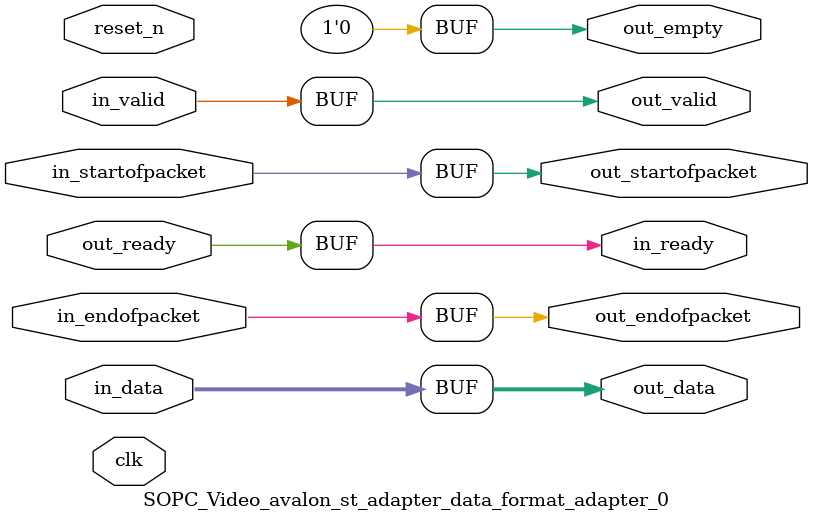
<source format=v>

`timescale 1ns / 100ps
module SOPC_Video_avalon_st_adapter_data_format_adapter_0 (
    
      // Interface: clk
      input              clk,
      // Interface: reset
      input              reset_n,
      // Interface: in
      output reg         in_ready,
      input              in_valid,
      input      [ 7: 0] in_data,
      input              in_startofpacket,
      input              in_endofpacket,
      // Interface: out
      input              out_ready,
      output reg         out_valid,
      output reg [ 7: 0] out_data,
      output reg         out_startofpacket,
      output reg         out_endofpacket,
      output reg         out_empty
);



   always @* begin
      in_ready = out_ready;
      out_valid = in_valid;
      out_data = in_data;
      out_startofpacket = in_startofpacket;
      out_endofpacket = in_endofpacket;

      out_empty = 0;

   end

endmodule


</source>
